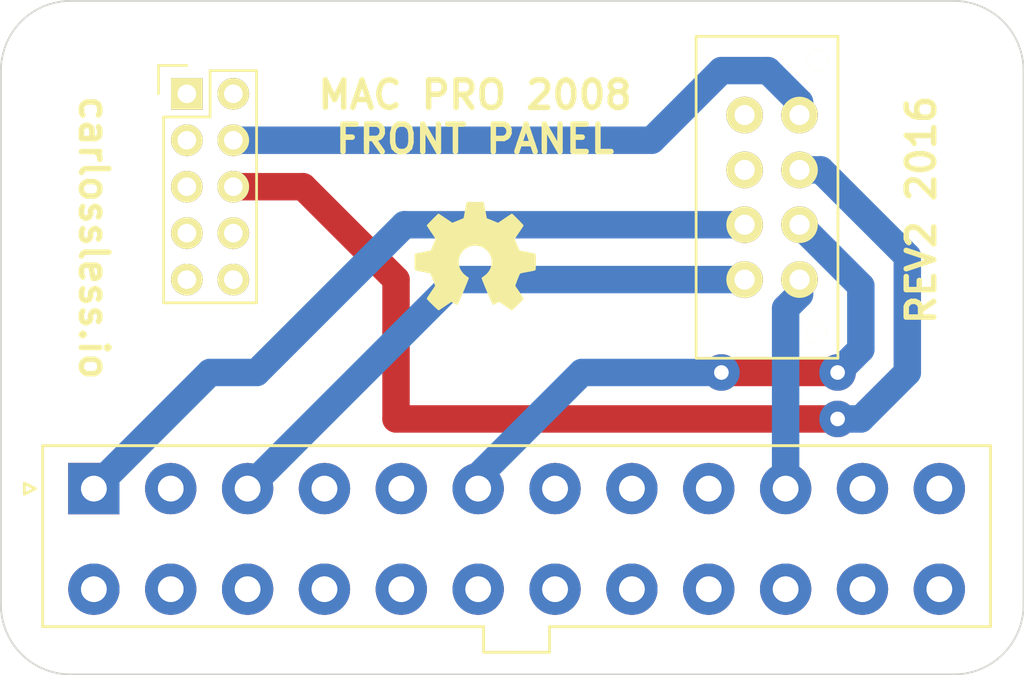
<source format=kicad_pcb>
(kicad_pcb (version 20171130) (host pcbnew "(5.1.12)-1")

  (general
    (thickness 1.6)
    (drawings 11)
    (tracks 33)
    (zones 0)
    (modules 5)
    (nets 37)
  )

  (page A4)
  (layers
    (0 F.Cu signal)
    (31 B.Cu signal)
    (32 B.Adhes user)
    (33 F.Adhes user hide)
    (34 B.Paste user)
    (35 F.Paste user)
    (36 B.SilkS user)
    (37 F.SilkS user)
    (38 B.Mask user)
    (39 F.Mask user)
    (40 Dwgs.User user)
    (41 Cmts.User user)
    (42 Eco1.User user)
    (43 Eco2.User user)
    (44 Edge.Cuts user)
    (45 Margin user)
    (46 B.CrtYd user)
    (47 F.CrtYd user)
    (48 B.Fab user)
    (49 F.Fab user)
  )

  (setup
    (last_trace_width 1.5)
    (trace_clearance 0.2)
    (zone_clearance 0.508)
    (zone_45_only no)
    (trace_min 0.2)
    (via_size 2)
    (via_drill 0.8)
    (via_min_size 0.4)
    (via_min_drill 0.3)
    (uvia_size 0.3)
    (uvia_drill 0.1)
    (uvias_allowed no)
    (uvia_min_size 0.2)
    (uvia_min_drill 0.1)
    (edge_width 0.1)
    (segment_width 0.2)
    (pcb_text_width 0.3)
    (pcb_text_size 1.5 1.5)
    (mod_edge_width 0.15)
    (mod_text_size 1 1)
    (mod_text_width 0.15)
    (pad_size 2 2)
    (pad_drill 1.1)
    (pad_to_mask_clearance 0)
    (aux_axis_origin 0 0)
    (visible_elements 7FFFFFFF)
    (pcbplotparams
      (layerselection 0x010f0_80000001)
      (usegerberextensions false)
      (usegerberattributes true)
      (usegerberadvancedattributes true)
      (creategerberjobfile true)
      (excludeedgelayer true)
      (linewidth 0.100000)
      (plotframeref false)
      (viasonmask false)
      (mode 1)
      (useauxorigin false)
      (hpglpennumber 1)
      (hpglpenspeed 20)
      (hpglpendiameter 15.000000)
      (psnegative false)
      (psa4output false)
      (plotreference true)
      (plotvalue true)
      (plotinvisibletext false)
      (padsonsilk false)
      (subtractmaskfromsilk false)
      (outputformat 1)
      (mirror false)
      (drillshape 0)
      (scaleselection 1)
      (outputdirectory ""))
  )

  (net 0 "")
  (net 1 GND)
  (net 2 ATX10_12V)
  (net 3 ATX01_3.3V)
  (net 4 ATX06_5V)
  (net 5 MB_PW+)
  (net 6 MB_MSG-)
  (net 7 "Net-(P4-Pad1)")
  (net 8 "Net-(P4-Pad2)")
  (net 9 "Net-(P4-Pad3)")
  (net 10 "Net-(P4-Pad5)")
  (net 11 "Net-(P4-Pad7)")
  (net 12 "Net-(P4-Pad8)")
  (net 13 "Net-(P4-Pad9)")
  (net 14 "Net-(P4-Pad10)")
  (net 15 ATX02)
  (net 16 ATX04)
  (net 17 ATX_05)
  (net 18 ATX_07)
  (net 19 ATX08)
  (net 20 ATX_09)
  (net 21 ATX_11)
  (net 22 ATX12)
  (net 23 ATX_13)
  (net 24 ATX14)
  (net 25 ATX_15)
  (net 26 ATX16)
  (net 27 ATX_17)
  (net 28 ATX18)
  (net 29 ATX_19)
  (net 30 ATX20)
  (net 31 ATX_21)
  (net 32 ATX22)
  (net 33 ATX_23)
  (net 34 ATX24)
  (net 35 "Net-(P3-Pad3)")
  (net 36 "Net-(P3-Pad4)")

  (net_class Default "This is the default net class."
    (clearance 0.2)
    (trace_width 1.5)
    (via_dia 2)
    (via_drill 0.8)
    (uvia_dia 0.3)
    (uvia_drill 0.1)
    (add_net ATX01_3.3V)
    (add_net ATX02)
    (add_net ATX04)
    (add_net ATX06_5V)
    (add_net ATX08)
    (add_net ATX10_12V)
    (add_net ATX12)
    (add_net ATX14)
    (add_net ATX16)
    (add_net ATX18)
    (add_net ATX20)
    (add_net ATX22)
    (add_net ATX24)
    (add_net ATX_05)
    (add_net ATX_07)
    (add_net ATX_09)
    (add_net ATX_11)
    (add_net ATX_13)
    (add_net ATX_15)
    (add_net ATX_17)
    (add_net ATX_19)
    (add_net ATX_21)
    (add_net ATX_23)
    (add_net GND)
    (add_net MB_MSG-)
    (add_net MB_PW+)
    (add_net "Net-(P3-Pad3)")
    (add_net "Net-(P3-Pad4)")
    (add_net "Net-(P4-Pad1)")
    (add_net "Net-(P4-Pad10)")
    (add_net "Net-(P4-Pad2)")
    (add_net "Net-(P4-Pad3)")
    (add_net "Net-(P4-Pad5)")
    (add_net "Net-(P4-Pad7)")
    (add_net "Net-(P4-Pad8)")
    (add_net "Net-(P4-Pad9)")
  )

  (module Connectors_Molex:Molex_MiniFit-JR-5556-24A_2x12x4.20mm_Straight (layer F.Cu) (tedit 57E7EF03) (tstamp 57E7E409)
    (at 172.72 88.9)
    (descr "Molex Mini-Fit JR, PN:5556-24A, dual row, top entry type, through hole")
    (tags "connector molex mini-fit 5556")
    (path /57E6FC79)
    (fp_text reference P7 (at 23.1 10) (layer F.SilkS) hide
      (effects (font (size 1 1) (thickness 0.15)))
    )
    (fp_text value CONN_02X12 (at 23.1 -4) (layer F.Fab)
      (effects (font (size 1 1) (thickness 0.15)))
    )
    (fp_line (start 49.4 -2.75) (end -3.2 -2.75) (layer F.CrtYd) (width 0.05))
    (fp_line (start 49.4 9.3) (end 49.4 -2.75) (layer F.CrtYd) (width 0.05))
    (fp_line (start -3.2 9.3) (end 49.4 9.3) (layer F.CrtYd) (width 0.05))
    (fp_line (start -3.2 -2.75) (end -3.2 9.3) (layer F.CrtYd) (width 0.05))
    (fp_line (start -3.8 -0.3) (end -3.2 0) (layer F.SilkS) (width 0.15))
    (fp_line (start -3.8 0.3) (end -3.8 -0.3) (layer F.SilkS) (width 0.15))
    (fp_line (start -3.2 0) (end -3.8 0.3) (layer F.SilkS) (width 0.15))
    (fp_line (start 24.9 8.95) (end 23.1 8.95) (layer F.SilkS) (width 0.15))
    (fp_line (start 24.9 7.55) (end 24.9 8.95) (layer F.SilkS) (width 0.15))
    (fp_line (start 49 7.55) (end 24.9 7.55) (layer F.SilkS) (width 0.15))
    (fp_line (start 49 -2.35) (end 49 7.55) (layer F.SilkS) (width 0.15))
    (fp_line (start 23.1 -2.35) (end 49 -2.35) (layer F.SilkS) (width 0.15))
    (fp_line (start 21.3 8.95) (end 23.1 8.95) (layer F.SilkS) (width 0.15))
    (fp_line (start 21.3 7.55) (end 21.3 8.95) (layer F.SilkS) (width 0.15))
    (fp_line (start -2.8 7.55) (end 21.3 7.55) (layer F.SilkS) (width 0.15))
    (fp_line (start -2.8 -2.35) (end -2.8 7.55) (layer F.SilkS) (width 0.15))
    (fp_line (start 23.1 -2.35) (end -2.8 -2.35) (layer F.SilkS) (width 0.15))
    (fp_line (start 47.95 7.25) (end 44.45 7.25) (layer F.Fab) (width 0.05))
    (fp_line (start 47.95 4.625) (end 47.95 7.25) (layer F.Fab) (width 0.05))
    (fp_line (start 47.075 3.75) (end 47.95 4.625) (layer F.Fab) (width 0.05))
    (fp_line (start 45.325 3.75) (end 47.075 3.75) (layer F.Fab) (width 0.05))
    (fp_line (start 44.45 4.625) (end 45.325 3.75) (layer F.Fab) (width 0.05))
    (fp_line (start 44.45 7.25) (end 44.45 4.625) (layer F.Fab) (width 0.05))
    (fp_line (start 47.95 -1.75) (end 44.45 -1.75) (layer F.Fab) (width 0.05))
    (fp_line (start 47.95 1.75) (end 47.95 -1.75) (layer F.Fab) (width 0.05))
    (fp_line (start 44.45 1.75) (end 47.95 1.75) (layer F.Fab) (width 0.05))
    (fp_line (start 44.45 -1.75) (end 44.45 1.75) (layer F.Fab) (width 0.05))
    (fp_line (start 43.75 1.75) (end 40.25 1.75) (layer F.Fab) (width 0.05))
    (fp_line (start 43.75 -0.875) (end 43.75 1.75) (layer F.Fab) (width 0.05))
    (fp_line (start 42.875 -1.75) (end 43.75 -0.875) (layer F.Fab) (width 0.05))
    (fp_line (start 41.125 -1.75) (end 42.875 -1.75) (layer F.Fab) (width 0.05))
    (fp_line (start 40.25 -0.875) (end 41.125 -1.75) (layer F.Fab) (width 0.05))
    (fp_line (start 40.25 1.75) (end 40.25 -0.875) (layer F.Fab) (width 0.05))
    (fp_line (start 43.75 3.75) (end 40.25 3.75) (layer F.Fab) (width 0.05))
    (fp_line (start 43.75 7.25) (end 43.75 3.75) (layer F.Fab) (width 0.05))
    (fp_line (start 40.25 7.25) (end 43.75 7.25) (layer F.Fab) (width 0.05))
    (fp_line (start 40.25 3.75) (end 40.25 7.25) (layer F.Fab) (width 0.05))
    (fp_line (start 39.55 1.75) (end 36.05 1.75) (layer F.Fab) (width 0.05))
    (fp_line (start 39.55 -0.875) (end 39.55 1.75) (layer F.Fab) (width 0.05))
    (fp_line (start 38.675 -1.75) (end 39.55 -0.875) (layer F.Fab) (width 0.05))
    (fp_line (start 36.925 -1.75) (end 38.675 -1.75) (layer F.Fab) (width 0.05))
    (fp_line (start 36.05 -0.875) (end 36.925 -1.75) (layer F.Fab) (width 0.05))
    (fp_line (start 36.05 1.75) (end 36.05 -0.875) (layer F.Fab) (width 0.05))
    (fp_line (start 39.55 3.75) (end 36.05 3.75) (layer F.Fab) (width 0.05))
    (fp_line (start 39.55 7.25) (end 39.55 3.75) (layer F.Fab) (width 0.05))
    (fp_line (start 36.05 7.25) (end 39.55 7.25) (layer F.Fab) (width 0.05))
    (fp_line (start 36.05 3.75) (end 36.05 7.25) (layer F.Fab) (width 0.05))
    (fp_line (start 35.35 7.25) (end 31.85 7.25) (layer F.Fab) (width 0.05))
    (fp_line (start 35.35 4.625) (end 35.35 7.25) (layer F.Fab) (width 0.05))
    (fp_line (start 34.475 3.75) (end 35.35 4.625) (layer F.Fab) (width 0.05))
    (fp_line (start 32.725 3.75) (end 34.475 3.75) (layer F.Fab) (width 0.05))
    (fp_line (start 31.85 4.625) (end 32.725 3.75) (layer F.Fab) (width 0.05))
    (fp_line (start 31.85 7.25) (end 31.85 4.625) (layer F.Fab) (width 0.05))
    (fp_line (start 35.35 -1.75) (end 31.85 -1.75) (layer F.Fab) (width 0.05))
    (fp_line (start 35.35 1.75) (end 35.35 -1.75) (layer F.Fab) (width 0.05))
    (fp_line (start 31.85 1.75) (end 35.35 1.75) (layer F.Fab) (width 0.05))
    (fp_line (start 31.85 -1.75) (end 31.85 1.75) (layer F.Fab) (width 0.05))
    (fp_line (start 31.15 7.25) (end 27.65 7.25) (layer F.Fab) (width 0.05))
    (fp_line (start 31.15 4.625) (end 31.15 7.25) (layer F.Fab) (width 0.05))
    (fp_line (start 30.275 3.75) (end 31.15 4.625) (layer F.Fab) (width 0.05))
    (fp_line (start 28.525 3.75) (end 30.275 3.75) (layer F.Fab) (width 0.05))
    (fp_line (start 27.65 4.625) (end 28.525 3.75) (layer F.Fab) (width 0.05))
    (fp_line (start 27.65 7.25) (end 27.65 4.625) (layer F.Fab) (width 0.05))
    (fp_line (start 31.15 -1.75) (end 27.65 -1.75) (layer F.Fab) (width 0.05))
    (fp_line (start 31.15 1.75) (end 31.15 -1.75) (layer F.Fab) (width 0.05))
    (fp_line (start 27.65 1.75) (end 31.15 1.75) (layer F.Fab) (width 0.05))
    (fp_line (start 27.65 -1.75) (end 27.65 1.75) (layer F.Fab) (width 0.05))
    (fp_line (start 26.95 1.75) (end 23.45 1.75) (layer F.Fab) (width 0.05))
    (fp_line (start 26.95 -0.875) (end 26.95 1.75) (layer F.Fab) (width 0.05))
    (fp_line (start 26.075 -1.75) (end 26.95 -0.875) (layer F.Fab) (width 0.05))
    (fp_line (start 24.325 -1.75) (end 26.075 -1.75) (layer F.Fab) (width 0.05))
    (fp_line (start 23.45 -0.875) (end 24.325 -1.75) (layer F.Fab) (width 0.05))
    (fp_line (start 23.45 1.75) (end 23.45 -0.875) (layer F.Fab) (width 0.05))
    (fp_line (start 26.95 3.75) (end 23.45 3.75) (layer F.Fab) (width 0.05))
    (fp_line (start 26.95 7.25) (end 26.95 3.75) (layer F.Fab) (width 0.05))
    (fp_line (start 23.45 7.25) (end 26.95 7.25) (layer F.Fab) (width 0.05))
    (fp_line (start 23.45 3.75) (end 23.45 7.25) (layer F.Fab) (width 0.05))
    (fp_line (start 22.75 1.75) (end 19.25 1.75) (layer F.Fab) (width 0.05))
    (fp_line (start 22.75 -0.875) (end 22.75 1.75) (layer F.Fab) (width 0.05))
    (fp_line (start 21.875 -1.75) (end 22.75 -0.875) (layer F.Fab) (width 0.05))
    (fp_line (start 20.125 -1.75) (end 21.875 -1.75) (layer F.Fab) (width 0.05))
    (fp_line (start 19.25 -0.875) (end 20.125 -1.75) (layer F.Fab) (width 0.05))
    (fp_line (start 19.25 1.75) (end 19.25 -0.875) (layer F.Fab) (width 0.05))
    (fp_line (start 22.75 3.75) (end 19.25 3.75) (layer F.Fab) (width 0.05))
    (fp_line (start 22.75 7.25) (end 22.75 3.75) (layer F.Fab) (width 0.05))
    (fp_line (start 19.25 7.25) (end 22.75 7.25) (layer F.Fab) (width 0.05))
    (fp_line (start 19.25 3.75) (end 19.25 7.25) (layer F.Fab) (width 0.05))
    (fp_line (start 18.55 7.25) (end 15.05 7.25) (layer F.Fab) (width 0.05))
    (fp_line (start 18.55 4.625) (end 18.55 7.25) (layer F.Fab) (width 0.05))
    (fp_line (start 17.675 3.75) (end 18.55 4.625) (layer F.Fab) (width 0.05))
    (fp_line (start 15.925 3.75) (end 17.675 3.75) (layer F.Fab) (width 0.05))
    (fp_line (start 15.05 4.625) (end 15.925 3.75) (layer F.Fab) (width 0.05))
    (fp_line (start 15.05 7.25) (end 15.05 4.625) (layer F.Fab) (width 0.05))
    (fp_line (start 18.55 -1.75) (end 15.05 -1.75) (layer F.Fab) (width 0.05))
    (fp_line (start 18.55 1.75) (end 18.55 -1.75) (layer F.Fab) (width 0.05))
    (fp_line (start 15.05 1.75) (end 18.55 1.75) (layer F.Fab) (width 0.05))
    (fp_line (start 15.05 -1.75) (end 15.05 1.75) (layer F.Fab) (width 0.05))
    (fp_line (start 14.35 7.25) (end 10.85 7.25) (layer F.Fab) (width 0.05))
    (fp_line (start 14.35 4.625) (end 14.35 7.25) (layer F.Fab) (width 0.05))
    (fp_line (start 13.475 3.75) (end 14.35 4.625) (layer F.Fab) (width 0.05))
    (fp_line (start 11.725 3.75) (end 13.475 3.75) (layer F.Fab) (width 0.05))
    (fp_line (start 10.85 4.625) (end 11.725 3.75) (layer F.Fab) (width 0.05))
    (fp_line (start 10.85 7.25) (end 10.85 4.625) (layer F.Fab) (width 0.05))
    (fp_line (start 14.35 -1.75) (end 10.85 -1.75) (layer F.Fab) (width 0.05))
    (fp_line (start 14.35 1.75) (end 14.35 -1.75) (layer F.Fab) (width 0.05))
    (fp_line (start 10.85 1.75) (end 14.35 1.75) (layer F.Fab) (width 0.05))
    (fp_line (start 10.85 -1.75) (end 10.85 1.75) (layer F.Fab) (width 0.05))
    (fp_line (start 10.15 1.75) (end 6.65 1.75) (layer F.Fab) (width 0.05))
    (fp_line (start 10.15 -0.875) (end 10.15 1.75) (layer F.Fab) (width 0.05))
    (fp_line (start 9.275 -1.75) (end 10.15 -0.875) (layer F.Fab) (width 0.05))
    (fp_line (start 7.525 -1.75) (end 9.275 -1.75) (layer F.Fab) (width 0.05))
    (fp_line (start 6.65 -0.875) (end 7.525 -1.75) (layer F.Fab) (width 0.05))
    (fp_line (start 6.65 1.75) (end 6.65 -0.875) (layer F.Fab) (width 0.05))
    (fp_line (start 10.15 3.75) (end 6.65 3.75) (layer F.Fab) (width 0.05))
    (fp_line (start 10.15 7.25) (end 10.15 3.75) (layer F.Fab) (width 0.05))
    (fp_line (start 6.65 7.25) (end 10.15 7.25) (layer F.Fab) (width 0.05))
    (fp_line (start 6.65 3.75) (end 6.65 7.25) (layer F.Fab) (width 0.05))
    (fp_line (start 5.95 1.75) (end 2.45 1.75) (layer F.Fab) (width 0.05))
    (fp_line (start 5.95 -0.875) (end 5.95 1.75) (layer F.Fab) (width 0.05))
    (fp_line (start 5.075 -1.75) (end 5.95 -0.875) (layer F.Fab) (width 0.05))
    (fp_line (start 3.325 -1.75) (end 5.075 -1.75) (layer F.Fab) (width 0.05))
    (fp_line (start 2.45 -0.875) (end 3.325 -1.75) (layer F.Fab) (width 0.05))
    (fp_line (start 2.45 1.75) (end 2.45 -0.875) (layer F.Fab) (width 0.05))
    (fp_line (start 5.95 3.75) (end 2.45 3.75) (layer F.Fab) (width 0.05))
    (fp_line (start 5.95 7.25) (end 5.95 3.75) (layer F.Fab) (width 0.05))
    (fp_line (start 2.45 7.25) (end 5.95 7.25) (layer F.Fab) (width 0.05))
    (fp_line (start 2.45 3.75) (end 2.45 7.25) (layer F.Fab) (width 0.05))
    (fp_line (start 1.75 7.25) (end -1.75 7.25) (layer F.Fab) (width 0.05))
    (fp_line (start 1.75 4.625) (end 1.75 7.25) (layer F.Fab) (width 0.05))
    (fp_line (start 0.875 3.75) (end 1.75 4.625) (layer F.Fab) (width 0.05))
    (fp_line (start -0.875 3.75) (end 0.875 3.75) (layer F.Fab) (width 0.05))
    (fp_line (start -1.75 4.625) (end -0.875 3.75) (layer F.Fab) (width 0.05))
    (fp_line (start -1.75 7.25) (end -1.75 4.625) (layer F.Fab) (width 0.05))
    (fp_line (start 1.75 -1.75) (end -1.75 -1.75) (layer F.Fab) (width 0.05))
    (fp_line (start 1.75 1.75) (end 1.75 -1.75) (layer F.Fab) (width 0.05))
    (fp_line (start -1.75 1.75) (end 1.75 1.75) (layer F.Fab) (width 0.05))
    (fp_line (start -1.75 -1.75) (end -1.75 1.75) (layer F.Fab) (width 0.05))
    (fp_line (start 24.8 8.85) (end 24.8 7.45) (layer F.Fab) (width 0.05))
    (fp_line (start 21.4 8.85) (end 24.8 8.85) (layer F.Fab) (width 0.05))
    (fp_line (start 21.4 7.45) (end 21.4 8.85) (layer F.Fab) (width 0.05))
    (fp_line (start 48.9 -2.25) (end -2.7 -2.25) (layer F.Fab) (width 0.05))
    (fp_line (start 48.9 7.45) (end 48.9 -2.25) (layer F.Fab) (width 0.05))
    (fp_line (start -2.7 7.45) (end 48.9 7.45) (layer F.Fab) (width 0.05))
    (fp_line (start -2.7 -2.25) (end -2.7 7.45) (layer F.Fab) (width 0.05))
    (pad 1 thru_hole rect (at 0 0) (size 2.8 2.8) (drill 1.4) (layers *.Cu *.Mask)
      (net 3 ATX01_3.3V))
    (pad 2 thru_hole circle (at 4.2 0) (size 2.8 2.8) (drill 1.4) (layers *.Cu *.Mask)
      (net 15 ATX02))
    (pad 3 thru_hole circle (at 8.4 0) (size 2.8 2.8) (drill 1.4) (layers *.Cu *.Mask)
      (net 1 GND))
    (pad 4 thru_hole circle (at 12.6 0) (size 2.8 2.8) (drill 1.4) (layers *.Cu *.Mask)
      (net 16 ATX04))
    (pad 5 thru_hole circle (at 16.8 0) (size 2.8 2.8) (drill 1.4) (layers *.Cu *.Mask)
      (net 17 ATX_05))
    (pad 6 thru_hole circle (at 21 0) (size 2.8 2.8) (drill 1.4) (layers *.Cu *.Mask)
      (net 4 ATX06_5V))
    (pad 7 thru_hole circle (at 25.2 0) (size 2.8 2.8) (drill 1.4) (layers *.Cu *.Mask)
      (net 18 ATX_07))
    (pad 8 thru_hole circle (at 29.4 0) (size 2.8 2.8) (drill 1.4) (layers *.Cu *.Mask)
      (net 19 ATX08))
    (pad 9 thru_hole circle (at 33.6 0) (size 2.8 2.8) (drill 1.4) (layers *.Cu *.Mask)
      (net 20 ATX_09))
    (pad 10 thru_hole circle (at 37.8 0) (size 2.8 2.8) (drill 1.4) (layers *.Cu *.Mask)
      (net 2 ATX10_12V))
    (pad 11 thru_hole circle (at 42 0) (size 2.8 2.8) (drill 1.4) (layers *.Cu *.Mask)
      (net 21 ATX_11))
    (pad 12 thru_hole circle (at 46.2 0) (size 2.8 2.8) (drill 1.4) (layers *.Cu *.Mask)
      (net 22 ATX12))
    (pad 13 thru_hole circle (at 0 5.5) (size 2.8 2.8) (drill 1.4) (layers *.Cu *.Mask)
      (net 23 ATX_13))
    (pad 14 thru_hole circle (at 4.2 5.5) (size 2.8 2.8) (drill 1.4) (layers *.Cu *.Mask)
      (net 24 ATX14))
    (pad 15 thru_hole circle (at 8.4 5.5) (size 2.8 2.8) (drill 1.4) (layers *.Cu *.Mask)
      (net 25 ATX_15))
    (pad 16 thru_hole circle (at 12.6 5.5) (size 2.8 2.8) (drill 1.4) (layers *.Cu *.Mask)
      (net 26 ATX16))
    (pad 17 thru_hole circle (at 16.8 5.5) (size 2.8 2.8) (drill 1.4) (layers *.Cu *.Mask)
      (net 27 ATX_17))
    (pad 18 thru_hole circle (at 21 5.5) (size 2.8 2.8) (drill 1.4) (layers *.Cu *.Mask)
      (net 28 ATX18))
    (pad 19 thru_hole circle (at 25.2 5.5) (size 2.8 2.8) (drill 1.4) (layers *.Cu *.Mask)
      (net 29 ATX_19))
    (pad 20 thru_hole circle (at 29.4 5.5) (size 2.8 2.8) (drill 1.4) (layers *.Cu *.Mask)
      (net 30 ATX20))
    (pad 21 thru_hole circle (at 33.6 5.5) (size 2.8 2.8) (drill 1.4) (layers *.Cu *.Mask)
      (net 31 ATX_21))
    (pad 22 thru_hole circle (at 37.8 5.5) (size 2.8 2.8) (drill 1.4) (layers *.Cu *.Mask)
      (net 32 ATX22))
    (pad 23 thru_hole circle (at 42 5.5) (size 2.8 2.8) (drill 1.4) (layers *.Cu *.Mask)
      (net 33 ATX_23))
    (pad 24 thru_hole circle (at 46.2 5.5) (size 2.8 2.8) (drill 1.4) (layers *.Cu *.Mask)
      (net 34 ATX24))
    (model Connectors_Molex.3dshapes/Molex_MiniFit-JR-5556-24A_2x12x4.20mm_Straight.wrl
      (at (xyz 0 0 0))
      (scale (xyz 1 1 1))
      (rotate (xyz 0 0 0))
    )
  )

  (module Connectors_Molex:Molex_MiniFit-JR-5556-24A_2x12x4.20mm_Straight (layer F.Cu) (tedit 57E7EED5) (tstamp 57E7E425)
    (at 172.72 88.9)
    (descr "Molex Mini-Fit JR, PN:5556-24A, dual row, top entry type, through hole")
    (tags "connector molex mini-fit 5556")
    (path /57E6E552)
    (fp_text reference P8 (at 23.1 10) (layer F.SilkS) hide
      (effects (font (size 1 1) (thickness 0.15)))
    )
    (fp_text value CONN_02X12 (at 23.1 -4) (layer F.Fab)
      (effects (font (size 1 1) (thickness 0.15)))
    )
    (fp_line (start 49.4 -2.75) (end -3.2 -2.75) (layer F.CrtYd) (width 0.05))
    (fp_line (start 49.4 9.3) (end 49.4 -2.75) (layer F.CrtYd) (width 0.05))
    (fp_line (start -3.2 9.3) (end 49.4 9.3) (layer F.CrtYd) (width 0.05))
    (fp_line (start -3.2 -2.75) (end -3.2 9.3) (layer F.CrtYd) (width 0.05))
    (fp_line (start -3.8 -0.3) (end -3.2 0) (layer F.SilkS) (width 0.15))
    (fp_line (start -3.8 0.3) (end -3.8 -0.3) (layer F.SilkS) (width 0.15))
    (fp_line (start -3.2 0) (end -3.8 0.3) (layer F.SilkS) (width 0.15))
    (fp_line (start 24.9 8.95) (end 23.1 8.95) (layer F.SilkS) (width 0.15))
    (fp_line (start 24.9 7.55) (end 24.9 8.95) (layer F.SilkS) (width 0.15))
    (fp_line (start 49 7.55) (end 24.9 7.55) (layer F.SilkS) (width 0.15))
    (fp_line (start 49 -2.35) (end 49 7.55) (layer F.SilkS) (width 0.15))
    (fp_line (start 23.1 -2.35) (end 49 -2.35) (layer F.SilkS) (width 0.15))
    (fp_line (start 21.3 8.95) (end 23.1 8.95) (layer F.SilkS) (width 0.15))
    (fp_line (start 21.3 7.55) (end 21.3 8.95) (layer F.SilkS) (width 0.15))
    (fp_line (start -2.8 7.55) (end 21.3 7.55) (layer F.SilkS) (width 0.15))
    (fp_line (start -2.8 -2.35) (end -2.8 7.55) (layer F.SilkS) (width 0.15))
    (fp_line (start 23.1 -2.35) (end -2.8 -2.35) (layer F.SilkS) (width 0.15))
    (fp_line (start 47.95 7.25) (end 44.45 7.25) (layer F.Fab) (width 0.05))
    (fp_line (start 47.95 4.625) (end 47.95 7.25) (layer F.Fab) (width 0.05))
    (fp_line (start 47.075 3.75) (end 47.95 4.625) (layer F.Fab) (width 0.05))
    (fp_line (start 45.325 3.75) (end 47.075 3.75) (layer F.Fab) (width 0.05))
    (fp_line (start 44.45 4.625) (end 45.325 3.75) (layer F.Fab) (width 0.05))
    (fp_line (start 44.45 7.25) (end 44.45 4.625) (layer F.Fab) (width 0.05))
    (fp_line (start 47.95 -1.75) (end 44.45 -1.75) (layer F.Fab) (width 0.05))
    (fp_line (start 47.95 1.75) (end 47.95 -1.75) (layer F.Fab) (width 0.05))
    (fp_line (start 44.45 1.75) (end 47.95 1.75) (layer F.Fab) (width 0.05))
    (fp_line (start 44.45 -1.75) (end 44.45 1.75) (layer F.Fab) (width 0.05))
    (fp_line (start 43.75 1.75) (end 40.25 1.75) (layer F.Fab) (width 0.05))
    (fp_line (start 43.75 -0.875) (end 43.75 1.75) (layer F.Fab) (width 0.05))
    (fp_line (start 42.875 -1.75) (end 43.75 -0.875) (layer F.Fab) (width 0.05))
    (fp_line (start 41.125 -1.75) (end 42.875 -1.75) (layer F.Fab) (width 0.05))
    (fp_line (start 40.25 -0.875) (end 41.125 -1.75) (layer F.Fab) (width 0.05))
    (fp_line (start 40.25 1.75) (end 40.25 -0.875) (layer F.Fab) (width 0.05))
    (fp_line (start 43.75 3.75) (end 40.25 3.75) (layer F.Fab) (width 0.05))
    (fp_line (start 43.75 7.25) (end 43.75 3.75) (layer F.Fab) (width 0.05))
    (fp_line (start 40.25 7.25) (end 43.75 7.25) (layer F.Fab) (width 0.05))
    (fp_line (start 40.25 3.75) (end 40.25 7.25) (layer F.Fab) (width 0.05))
    (fp_line (start 39.55 1.75) (end 36.05 1.75) (layer F.Fab) (width 0.05))
    (fp_line (start 39.55 -0.875) (end 39.55 1.75) (layer F.Fab) (width 0.05))
    (fp_line (start 38.675 -1.75) (end 39.55 -0.875) (layer F.Fab) (width 0.05))
    (fp_line (start 36.925 -1.75) (end 38.675 -1.75) (layer F.Fab) (width 0.05))
    (fp_line (start 36.05 -0.875) (end 36.925 -1.75) (layer F.Fab) (width 0.05))
    (fp_line (start 36.05 1.75) (end 36.05 -0.875) (layer F.Fab) (width 0.05))
    (fp_line (start 39.55 3.75) (end 36.05 3.75) (layer F.Fab) (width 0.05))
    (fp_line (start 39.55 7.25) (end 39.55 3.75) (layer F.Fab) (width 0.05))
    (fp_line (start 36.05 7.25) (end 39.55 7.25) (layer F.Fab) (width 0.05))
    (fp_line (start 36.05 3.75) (end 36.05 7.25) (layer F.Fab) (width 0.05))
    (fp_line (start 35.35 7.25) (end 31.85 7.25) (layer F.Fab) (width 0.05))
    (fp_line (start 35.35 4.625) (end 35.35 7.25) (layer F.Fab) (width 0.05))
    (fp_line (start 34.475 3.75) (end 35.35 4.625) (layer F.Fab) (width 0.05))
    (fp_line (start 32.725 3.75) (end 34.475 3.75) (layer F.Fab) (width 0.05))
    (fp_line (start 31.85 4.625) (end 32.725 3.75) (layer F.Fab) (width 0.05))
    (fp_line (start 31.85 7.25) (end 31.85 4.625) (layer F.Fab) (width 0.05))
    (fp_line (start 35.35 -1.75) (end 31.85 -1.75) (layer F.Fab) (width 0.05))
    (fp_line (start 35.35 1.75) (end 35.35 -1.75) (layer F.Fab) (width 0.05))
    (fp_line (start 31.85 1.75) (end 35.35 1.75) (layer F.Fab) (width 0.05))
    (fp_line (start 31.85 -1.75) (end 31.85 1.75) (layer F.Fab) (width 0.05))
    (fp_line (start 31.15 7.25) (end 27.65 7.25) (layer F.Fab) (width 0.05))
    (fp_line (start 31.15 4.625) (end 31.15 7.25) (layer F.Fab) (width 0.05))
    (fp_line (start 30.275 3.75) (end 31.15 4.625) (layer F.Fab) (width 0.05))
    (fp_line (start 28.525 3.75) (end 30.275 3.75) (layer F.Fab) (width 0.05))
    (fp_line (start 27.65 4.625) (end 28.525 3.75) (layer F.Fab) (width 0.05))
    (fp_line (start 27.65 7.25) (end 27.65 4.625) (layer F.Fab) (width 0.05))
    (fp_line (start 31.15 -1.75) (end 27.65 -1.75) (layer F.Fab) (width 0.05))
    (fp_line (start 31.15 1.75) (end 31.15 -1.75) (layer F.Fab) (width 0.05))
    (fp_line (start 27.65 1.75) (end 31.15 1.75) (layer F.Fab) (width 0.05))
    (fp_line (start 27.65 -1.75) (end 27.65 1.75) (layer F.Fab) (width 0.05))
    (fp_line (start 26.95 1.75) (end 23.45 1.75) (layer F.Fab) (width 0.05))
    (fp_line (start 26.95 -0.875) (end 26.95 1.75) (layer F.Fab) (width 0.05))
    (fp_line (start 26.075 -1.75) (end 26.95 -0.875) (layer F.Fab) (width 0.05))
    (fp_line (start 24.325 -1.75) (end 26.075 -1.75) (layer F.Fab) (width 0.05))
    (fp_line (start 23.45 -0.875) (end 24.325 -1.75) (layer F.Fab) (width 0.05))
    (fp_line (start 23.45 1.75) (end 23.45 -0.875) (layer F.Fab) (width 0.05))
    (fp_line (start 26.95 3.75) (end 23.45 3.75) (layer F.Fab) (width 0.05))
    (fp_line (start 26.95 7.25) (end 26.95 3.75) (layer F.Fab) (width 0.05))
    (fp_line (start 23.45 7.25) (end 26.95 7.25) (layer F.Fab) (width 0.05))
    (fp_line (start 23.45 3.75) (end 23.45 7.25) (layer F.Fab) (width 0.05))
    (fp_line (start 22.75 1.75) (end 19.25 1.75) (layer F.Fab) (width 0.05))
    (fp_line (start 22.75 -0.875) (end 22.75 1.75) (layer F.Fab) (width 0.05))
    (fp_line (start 21.875 -1.75) (end 22.75 -0.875) (layer F.Fab) (width 0.05))
    (fp_line (start 20.125 -1.75) (end 21.875 -1.75) (layer F.Fab) (width 0.05))
    (fp_line (start 19.25 -0.875) (end 20.125 -1.75) (layer F.Fab) (width 0.05))
    (fp_line (start 19.25 1.75) (end 19.25 -0.875) (layer F.Fab) (width 0.05))
    (fp_line (start 22.75 3.75) (end 19.25 3.75) (layer F.Fab) (width 0.05))
    (fp_line (start 22.75 7.25) (end 22.75 3.75) (layer F.Fab) (width 0.05))
    (fp_line (start 19.25 7.25) (end 22.75 7.25) (layer F.Fab) (width 0.05))
    (fp_line (start 19.25 3.75) (end 19.25 7.25) (layer F.Fab) (width 0.05))
    (fp_line (start 18.55 7.25) (end 15.05 7.25) (layer F.Fab) (width 0.05))
    (fp_line (start 18.55 4.625) (end 18.55 7.25) (layer F.Fab) (width 0.05))
    (fp_line (start 17.675 3.75) (end 18.55 4.625) (layer F.Fab) (width 0.05))
    (fp_line (start 15.925 3.75) (end 17.675 3.75) (layer F.Fab) (width 0.05))
    (fp_line (start 15.05 4.625) (end 15.925 3.75) (layer F.Fab) (width 0.05))
    (fp_line (start 15.05 7.25) (end 15.05 4.625) (layer F.Fab) (width 0.05))
    (fp_line (start 18.55 -1.75) (end 15.05 -1.75) (layer F.Fab) (width 0.05))
    (fp_line (start 18.55 1.75) (end 18.55 -1.75) (layer F.Fab) (width 0.05))
    (fp_line (start 15.05 1.75) (end 18.55 1.75) (layer F.Fab) (width 0.05))
    (fp_line (start 15.05 -1.75) (end 15.05 1.75) (layer F.Fab) (width 0.05))
    (fp_line (start 14.35 7.25) (end 10.85 7.25) (layer F.Fab) (width 0.05))
    (fp_line (start 14.35 4.625) (end 14.35 7.25) (layer F.Fab) (width 0.05))
    (fp_line (start 13.475 3.75) (end 14.35 4.625) (layer F.Fab) (width 0.05))
    (fp_line (start 11.725 3.75) (end 13.475 3.75) (layer F.Fab) (width 0.05))
    (fp_line (start 10.85 4.625) (end 11.725 3.75) (layer F.Fab) (width 0.05))
    (fp_line (start 10.85 7.25) (end 10.85 4.625) (layer F.Fab) (width 0.05))
    (fp_line (start 14.35 -1.75) (end 10.85 -1.75) (layer F.Fab) (width 0.05))
    (fp_line (start 14.35 1.75) (end 14.35 -1.75) (layer F.Fab) (width 0.05))
    (fp_line (start 10.85 1.75) (end 14.35 1.75) (layer F.Fab) (width 0.05))
    (fp_line (start 10.85 -1.75) (end 10.85 1.75) (layer F.Fab) (width 0.05))
    (fp_line (start 10.15 1.75) (end 6.65 1.75) (layer F.Fab) (width 0.05))
    (fp_line (start 10.15 -0.875) (end 10.15 1.75) (layer F.Fab) (width 0.05))
    (fp_line (start 9.275 -1.75) (end 10.15 -0.875) (layer F.Fab) (width 0.05))
    (fp_line (start 7.525 -1.75) (end 9.275 -1.75) (layer F.Fab) (width 0.05))
    (fp_line (start 6.65 -0.875) (end 7.525 -1.75) (layer F.Fab) (width 0.05))
    (fp_line (start 6.65 1.75) (end 6.65 -0.875) (layer F.Fab) (width 0.05))
    (fp_line (start 10.15 3.75) (end 6.65 3.75) (layer F.Fab) (width 0.05))
    (fp_line (start 10.15 7.25) (end 10.15 3.75) (layer F.Fab) (width 0.05))
    (fp_line (start 6.65 7.25) (end 10.15 7.25) (layer F.Fab) (width 0.05))
    (fp_line (start 6.65 3.75) (end 6.65 7.25) (layer F.Fab) (width 0.05))
    (fp_line (start 5.95 1.75) (end 2.45 1.75) (layer F.Fab) (width 0.05))
    (fp_line (start 5.95 -0.875) (end 5.95 1.75) (layer F.Fab) (width 0.05))
    (fp_line (start 5.075 -1.75) (end 5.95 -0.875) (layer F.Fab) (width 0.05))
    (fp_line (start 3.325 -1.75) (end 5.075 -1.75) (layer F.Fab) (width 0.05))
    (fp_line (start 2.45 -0.875) (end 3.325 -1.75) (layer F.Fab) (width 0.05))
    (fp_line (start 2.45 1.75) (end 2.45 -0.875) (layer F.Fab) (width 0.05))
    (fp_line (start 5.95 3.75) (end 2.45 3.75) (layer F.Fab) (width 0.05))
    (fp_line (start 5.95 7.25) (end 5.95 3.75) (layer F.Fab) (width 0.05))
    (fp_line (start 2.45 7.25) (end 5.95 7.25) (layer F.Fab) (width 0.05))
    (fp_line (start 2.45 3.75) (end 2.45 7.25) (layer F.Fab) (width 0.05))
    (fp_line (start 1.75 7.25) (end -1.75 7.25) (layer F.Fab) (width 0.05))
    (fp_line (start 1.75 4.625) (end 1.75 7.25) (layer F.Fab) (width 0.05))
    (fp_line (start 0.875 3.75) (end 1.75 4.625) (layer F.Fab) (width 0.05))
    (fp_line (start -0.875 3.75) (end 0.875 3.75) (layer F.Fab) (width 0.05))
    (fp_line (start -1.75 4.625) (end -0.875 3.75) (layer F.Fab) (width 0.05))
    (fp_line (start -1.75 7.25) (end -1.75 4.625) (layer F.Fab) (width 0.05))
    (fp_line (start 1.75 -1.75) (end -1.75 -1.75) (layer F.Fab) (width 0.05))
    (fp_line (start 1.75 1.75) (end 1.75 -1.75) (layer F.Fab) (width 0.05))
    (fp_line (start -1.75 1.75) (end 1.75 1.75) (layer F.Fab) (width 0.05))
    (fp_line (start -1.75 -1.75) (end -1.75 1.75) (layer F.Fab) (width 0.05))
    (fp_line (start 24.8 8.85) (end 24.8 7.45) (layer F.Fab) (width 0.05))
    (fp_line (start 21.4 8.85) (end 24.8 8.85) (layer F.Fab) (width 0.05))
    (fp_line (start 21.4 7.45) (end 21.4 8.85) (layer F.Fab) (width 0.05))
    (fp_line (start 48.9 -2.25) (end -2.7 -2.25) (layer F.Fab) (width 0.05))
    (fp_line (start 48.9 7.45) (end 48.9 -2.25) (layer F.Fab) (width 0.05))
    (fp_line (start -2.7 7.45) (end 48.9 7.45) (layer F.Fab) (width 0.05))
    (fp_line (start -2.7 -2.25) (end -2.7 7.45) (layer F.Fab) (width 0.05))
    (pad 1 thru_hole rect (at 0 0) (size 2.8 2.8) (drill 1.4) (layers *.Cu *.Mask)
      (net 3 ATX01_3.3V))
    (pad 2 thru_hole circle (at 4.2 0) (size 2.8 2.8) (drill 1.4) (layers *.Cu *.Mask)
      (net 15 ATX02))
    (pad 3 thru_hole circle (at 8.4 0) (size 2.8 2.8) (drill 1.4) (layers *.Cu *.Mask)
      (net 1 GND))
    (pad 4 thru_hole circle (at 12.6 0) (size 2.8 2.8) (drill 1.4) (layers *.Cu *.Mask)
      (net 16 ATX04))
    (pad 5 thru_hole circle (at 16.8 0) (size 2.8 2.8) (drill 1.4) (layers *.Cu *.Mask)
      (net 17 ATX_05))
    (pad 6 thru_hole circle (at 21 0) (size 2.8 2.8) (drill 1.4) (layers *.Cu *.Mask)
      (net 4 ATX06_5V))
    (pad 7 thru_hole circle (at 25.2 0) (size 2.8 2.8) (drill 1.4) (layers *.Cu *.Mask)
      (net 18 ATX_07))
    (pad 8 thru_hole circle (at 29.4 0) (size 2.8 2.8) (drill 1.4) (layers *.Cu *.Mask)
      (net 19 ATX08))
    (pad 9 thru_hole circle (at 33.6 0) (size 2.8 2.8) (drill 1.4) (layers *.Cu *.Mask)
      (net 20 ATX_09))
    (pad 10 thru_hole circle (at 37.8 0) (size 2.8 2.8) (drill 1.4) (layers *.Cu *.Mask)
      (net 2 ATX10_12V))
    (pad 11 thru_hole circle (at 42 0) (size 2.8 2.8) (drill 1.4) (layers *.Cu *.Mask)
      (net 21 ATX_11))
    (pad 12 thru_hole circle (at 46.2 0) (size 2.8 2.8) (drill 1.4) (layers *.Cu *.Mask)
      (net 22 ATX12))
    (pad 13 thru_hole circle (at 0 5.5) (size 2.8 2.8) (drill 1.4) (layers *.Cu *.Mask)
      (net 23 ATX_13))
    (pad 14 thru_hole circle (at 4.2 5.5) (size 2.8 2.8) (drill 1.4) (layers *.Cu *.Mask)
      (net 24 ATX14))
    (pad 15 thru_hole circle (at 8.4 5.5) (size 2.8 2.8) (drill 1.4) (layers *.Cu *.Mask)
      (net 25 ATX_15))
    (pad 16 thru_hole circle (at 12.6 5.5) (size 2.8 2.8) (drill 1.4) (layers *.Cu *.Mask)
      (net 26 ATX16))
    (pad 17 thru_hole circle (at 16.8 5.5) (size 2.8 2.8) (drill 1.4) (layers *.Cu *.Mask)
      (net 27 ATX_17))
    (pad 18 thru_hole circle (at 21 5.5) (size 2.8 2.8) (drill 1.4) (layers *.Cu *.Mask)
      (net 28 ATX18))
    (pad 19 thru_hole circle (at 25.2 5.5) (size 2.8 2.8) (drill 1.4) (layers *.Cu *.Mask)
      (net 29 ATX_19))
    (pad 20 thru_hole circle (at 29.4 5.5) (size 2.8 2.8) (drill 1.4) (layers *.Cu *.Mask)
      (net 30 ATX20))
    (pad 21 thru_hole circle (at 33.6 5.5) (size 2.8 2.8) (drill 1.4) (layers *.Cu *.Mask)
      (net 31 ATX_21))
    (pad 22 thru_hole circle (at 37.8 5.5) (size 2.8 2.8) (drill 1.4) (layers *.Cu *.Mask)
      (net 32 ATX22))
    (pad 23 thru_hole circle (at 42 5.5) (size 2.8 2.8) (drill 1.4) (layers *.Cu *.Mask)
      (net 33 ATX_23))
    (pad 24 thru_hole circle (at 46.2 5.5) (size 2.8 2.8) (drill 1.4) (layers *.Cu *.Mask)
      (net 34 ATX24))
    (model Connectors_Molex.3dshapes/Molex_MiniFit-JR-5556-24A_2x12x4.20mm_Straight.wrl
      (at (xyz 0 0 0))
      (scale (xyz 1 1 1))
      (rotate (xyz 0 0 0))
    )
  )

  (module Pin_Headers:Pin_Header_Straight_2x05 (layer F.Cu) (tedit 57E7EEB9) (tstamp 57E7E3D2)
    (at 177.8 67.31)
    (descr "Through hole pin header")
    (tags "pin header")
    (path /57E6E596)
    (fp_text reference P4 (at 0 -5.1) (layer F.SilkS) hide
      (effects (font (size 1 1) (thickness 0.15)))
    )
    (fp_text value CONN_02X05 (at 0 -3.1) (layer F.Fab)
      (effects (font (size 1 1) (thickness 0.15)))
    )
    (fp_line (start -1.55 -1.55) (end -1.55 0) (layer F.SilkS) (width 0.15))
    (fp_line (start 1.27 1.27) (end -1.27 1.27) (layer F.SilkS) (width 0.15))
    (fp_line (start 1.27 -1.27) (end 1.27 1.27) (layer F.SilkS) (width 0.15))
    (fp_line (start 0 -1.55) (end -1.55 -1.55) (layer F.SilkS) (width 0.15))
    (fp_line (start 3.81 -1.27) (end 1.27 -1.27) (layer F.SilkS) (width 0.15))
    (fp_line (start -1.27 11.43) (end -1.27 1.27) (layer F.SilkS) (width 0.15))
    (fp_line (start 3.81 11.43) (end -1.27 11.43) (layer F.SilkS) (width 0.15))
    (fp_line (start 3.81 -1.27) (end 3.81 11.43) (layer F.SilkS) (width 0.15))
    (fp_line (start -1.75 11.95) (end 4.3 11.95) (layer F.CrtYd) (width 0.05))
    (fp_line (start -1.75 -1.75) (end 4.3 -1.75) (layer F.CrtYd) (width 0.05))
    (fp_line (start 4.3 -1.75) (end 4.3 11.95) (layer F.CrtYd) (width 0.05))
    (fp_line (start -1.75 -1.75) (end -1.75 11.95) (layer F.CrtYd) (width 0.05))
    (pad 1 thru_hole rect (at 0 0) (size 1.7272 1.7272) (drill 1.016) (layers *.Cu *.Mask F.SilkS)
      (net 7 "Net-(P4-Pad1)"))
    (pad 2 thru_hole oval (at 2.54 0) (size 1.7272 1.7272) (drill 1.016) (layers *.Cu *.Mask F.SilkS)
      (net 8 "Net-(P4-Pad2)"))
    (pad 3 thru_hole oval (at 0 2.54) (size 1.7272 1.7272) (drill 1.016) (layers *.Cu *.Mask F.SilkS)
      (net 9 "Net-(P4-Pad3)"))
    (pad 4 thru_hole oval (at 2.54 2.54) (size 1.7272 1.7272) (drill 1.016) (layers *.Cu *.Mask F.SilkS)
      (net 6 MB_MSG-))
    (pad 5 thru_hole oval (at 0 5.08) (size 1.7272 1.7272) (drill 1.016) (layers *.Cu *.Mask F.SilkS)
      (net 10 "Net-(P4-Pad5)"))
    (pad 6 thru_hole oval (at 2.54 5.08) (size 1.7272 1.7272) (drill 1.016) (layers *.Cu *.Mask F.SilkS)
      (net 5 MB_PW+))
    (pad 7 thru_hole oval (at 0 7.62) (size 1.7272 1.7272) (drill 1.016) (layers *.Cu *.Mask F.SilkS)
      (net 11 "Net-(P4-Pad7)"))
    (pad 8 thru_hole oval (at 2.54 7.62) (size 1.7272 1.7272) (drill 1.016) (layers *.Cu *.Mask F.SilkS)
      (net 12 "Net-(P4-Pad8)"))
    (pad 9 thru_hole oval (at 0 10.16) (size 1.7272 1.7272) (drill 1.016) (layers *.Cu *.Mask F.SilkS)
      (net 13 "Net-(P4-Pad9)"))
    (pad 10 thru_hole oval (at 2.54 10.16) (size 1.7272 1.7272) (drill 1.016) (layers *.Cu *.Mask F.SilkS)
      (net 14 "Net-(P4-Pad10)"))
    (model Pin_Headers.3dshapes/Pin_Header_Straight_2x05.wrl
      (offset (xyz 1.269999980926514 -5.079999923706055 0))
      (scale (xyz 1 1 1))
      (rotate (xyz 0 0 90))
    )
  )

  (module Symbols:OSHW-Symbol_6.7x6mm_SilkScreen (layer F.Cu) (tedit 0) (tstamp 57E80A91)
    (at 193.548 76.2)
    (descr "Open Source Hardware Symbol")
    (tags "Logo Symbol OSHW")
    (attr virtual)
    (fp_text reference REF*** (at 0 0) (layer F.SilkS) hide
      (effects (font (size 1 1) (thickness 0.15)))
    )
    (fp_text value OSHW-Symbol_6.7x6mm_SilkScreen (at 0.75 0) (layer F.Fab) hide
      (effects (font (size 1 1) (thickness 0.15)))
    )
    (fp_poly (pts (xy 0.555814 -2.531069) (xy 0.639635 -2.086445) (xy 0.94892 -1.958947) (xy 1.258206 -1.831449)
      (xy 1.629246 -2.083754) (xy 1.733157 -2.154004) (xy 1.827087 -2.216728) (xy 1.906652 -2.269062)
      (xy 1.96747 -2.308143) (xy 2.005157 -2.331107) (xy 2.015421 -2.336058) (xy 2.03391 -2.323324)
      (xy 2.07342 -2.288118) (xy 2.129522 -2.234938) (xy 2.197787 -2.168282) (xy 2.273786 -2.092646)
      (xy 2.353092 -2.012528) (xy 2.431275 -1.932426) (xy 2.503907 -1.856836) (xy 2.566559 -1.790255)
      (xy 2.614803 -1.737182) (xy 2.64421 -1.702113) (xy 2.651241 -1.690377) (xy 2.641123 -1.66874)
      (xy 2.612759 -1.621338) (xy 2.569129 -1.552807) (xy 2.513218 -1.467785) (xy 2.448006 -1.370907)
      (xy 2.410219 -1.31565) (xy 2.341343 -1.214752) (xy 2.28014 -1.123701) (xy 2.229578 -1.04703)
      (xy 2.192628 -0.989272) (xy 2.172258 -0.954957) (xy 2.169197 -0.947746) (xy 2.176136 -0.927252)
      (xy 2.195051 -0.879487) (xy 2.223087 -0.811168) (xy 2.257391 -0.729011) (xy 2.295109 -0.63973)
      (xy 2.333387 -0.550042) (xy 2.36937 -0.466662) (xy 2.400206 -0.396306) (xy 2.423039 -0.34569)
      (xy 2.435017 -0.321529) (xy 2.435724 -0.320578) (xy 2.454531 -0.315964) (xy 2.504618 -0.305672)
      (xy 2.580793 -0.290713) (xy 2.677865 -0.272099) (xy 2.790643 -0.250841) (xy 2.856442 -0.238582)
      (xy 2.97695 -0.215638) (xy 3.085797 -0.193805) (xy 3.177476 -0.174278) (xy 3.246481 -0.158252)
      (xy 3.287304 -0.146921) (xy 3.295511 -0.143326) (xy 3.303548 -0.118994) (xy 3.310033 -0.064041)
      (xy 3.31497 0.015108) (xy 3.318364 0.112026) (xy 3.320218 0.220287) (xy 3.320538 0.333465)
      (xy 3.319327 0.445135) (xy 3.31659 0.548868) (xy 3.312331 0.638241) (xy 3.306555 0.706826)
      (xy 3.299267 0.748197) (xy 3.294895 0.75681) (xy 3.268764 0.767133) (xy 3.213393 0.781892)
      (xy 3.136107 0.799352) (xy 3.04423 0.81778) (xy 3.012158 0.823741) (xy 2.857524 0.852066)
      (xy 2.735375 0.874876) (xy 2.641673 0.89308) (xy 2.572384 0.907583) (xy 2.523471 0.919292)
      (xy 2.490897 0.929115) (xy 2.470628 0.937956) (xy 2.458626 0.946724) (xy 2.456947 0.948457)
      (xy 2.440184 0.976371) (xy 2.414614 1.030695) (xy 2.382788 1.104777) (xy 2.34726 1.191965)
      (xy 2.310583 1.285608) (xy 2.275311 1.379052) (xy 2.243996 1.465647) (xy 2.219193 1.53874)
      (xy 2.203454 1.591678) (xy 2.199332 1.617811) (xy 2.199676 1.618726) (xy 2.213641 1.640086)
      (xy 2.245322 1.687084) (xy 2.291391 1.754827) (xy 2.348518 1.838423) (xy 2.413373 1.932982)
      (xy 2.431843 1.959854) (xy 2.497699 2.057275) (xy 2.55565 2.146163) (xy 2.602538 2.221412)
      (xy 2.635207 2.27792) (xy 2.6505 2.310581) (xy 2.651241 2.314593) (xy 2.638392 2.335684)
      (xy 2.602888 2.377464) (xy 2.549293 2.435445) (xy 2.482171 2.505135) (xy 2.406087 2.582045)
      (xy 2.325604 2.661683) (xy 2.245287 2.739561) (xy 2.169699 2.811186) (xy 2.103405 2.87207)
      (xy 2.050969 2.917721) (xy 2.016955 2.94365) (xy 2.007545 2.947883) (xy 1.985643 2.937912)
      (xy 1.9408 2.91102) (xy 1.880321 2.871736) (xy 1.833789 2.840117) (xy 1.749475 2.782098)
      (xy 1.649626 2.713784) (xy 1.549473 2.645579) (xy 1.495627 2.609075) (xy 1.313371 2.4858)
      (xy 1.160381 2.56852) (xy 1.090682 2.604759) (xy 1.031414 2.632926) (xy 0.991311 2.648991)
      (xy 0.981103 2.651226) (xy 0.968829 2.634722) (xy 0.944613 2.588082) (xy 0.910263 2.515609)
      (xy 0.867588 2.421606) (xy 0.818394 2.310374) (xy 0.76449 2.186215) (xy 0.707684 2.053432)
      (xy 0.649782 1.916327) (xy 0.592593 1.779202) (xy 0.537924 1.646358) (xy 0.487584 1.522098)
      (xy 0.44338 1.410725) (xy 0.407119 1.316539) (xy 0.380609 1.243844) (xy 0.365658 1.196941)
      (xy 0.363254 1.180833) (xy 0.382311 1.160286) (xy 0.424036 1.126933) (xy 0.479706 1.087702)
      (xy 0.484378 1.084599) (xy 0.628264 0.969423) (xy 0.744283 0.835053) (xy 0.83143 0.685784)
      (xy 0.888699 0.525913) (xy 0.915086 0.359737) (xy 0.909585 0.191552) (xy 0.87119 0.025655)
      (xy 0.798895 -0.133658) (xy 0.777626 -0.168513) (xy 0.666996 -0.309263) (xy 0.536302 -0.422286)
      (xy 0.390064 -0.506997) (xy 0.232808 -0.562806) (xy 0.069057 -0.589126) (xy -0.096667 -0.58537)
      (xy -0.259838 -0.55095) (xy -0.415935 -0.485277) (xy -0.560433 -0.387765) (xy -0.605131 -0.348187)
      (xy -0.718888 -0.224297) (xy -0.801782 -0.093876) (xy -0.858644 0.052315) (xy -0.890313 0.197088)
      (xy -0.898131 0.35986) (xy -0.872062 0.52344) (xy -0.814755 0.682298) (xy -0.728856 0.830906)
      (xy -0.617014 0.963735) (xy -0.481877 1.075256) (xy -0.464117 1.087011) (xy -0.40785 1.125508)
      (xy -0.365077 1.158863) (xy -0.344628 1.18016) (xy -0.344331 1.180833) (xy -0.348721 1.203871)
      (xy -0.366124 1.256157) (xy -0.394732 1.33339) (xy -0.432735 1.431268) (xy -0.478326 1.545491)
      (xy -0.529697 1.671758) (xy -0.585038 1.805767) (xy -0.642542 1.943218) (xy -0.700399 2.079808)
      (xy -0.756802 2.211237) (xy -0.809942 2.333205) (xy -0.85801 2.441409) (xy -0.899199 2.531549)
      (xy -0.931699 2.599323) (xy -0.953703 2.64043) (xy -0.962564 2.651226) (xy -0.98964 2.642819)
      (xy -1.040303 2.620272) (xy -1.105817 2.587613) (xy -1.141841 2.56852) (xy -1.294832 2.4858)
      (xy -1.477088 2.609075) (xy -1.570125 2.672228) (xy -1.671985 2.741727) (xy -1.767438 2.807165)
      (xy -1.81525 2.840117) (xy -1.882495 2.885273) (xy -1.939436 2.921057) (xy -1.978646 2.942938)
      (xy -1.991381 2.947563) (xy -2.009917 2.935085) (xy -2.050941 2.900252) (xy -2.110475 2.846678)
      (xy -2.184542 2.777983) (xy -2.269165 2.697781) (xy -2.322685 2.646286) (xy -2.416319 2.554286)
      (xy -2.497241 2.471999) (xy -2.562177 2.402945) (xy -2.607858 2.350644) (xy -2.631011 2.318616)
      (xy -2.633232 2.312116) (xy -2.622924 2.287394) (xy -2.594439 2.237405) (xy -2.550937 2.167212)
      (xy -2.495577 2.081875) (xy -2.43152 1.986456) (xy -2.413303 1.959854) (xy -2.346927 1.863167)
      (xy -2.287378 1.776117) (xy -2.237984 1.703595) (xy -2.202075 1.650493) (xy -2.182981 1.621703)
      (xy -2.181136 1.618726) (xy -2.183895 1.595782) (xy -2.198538 1.545336) (xy -2.222513 1.474041)
      (xy -2.253266 1.388547) (xy -2.288244 1.295507) (xy -2.324893 1.201574) (xy -2.360661 1.113399)
      (xy -2.392994 1.037634) (xy -2.419338 0.980931) (xy -2.437142 0.949943) (xy -2.438407 0.948457)
      (xy -2.449294 0.939601) (xy -2.467682 0.930843) (xy -2.497606 0.921277) (xy -2.543103 0.909996)
      (xy -2.608209 0.896093) (xy -2.696961 0.878663) (xy -2.813393 0.856798) (xy -2.961542 0.829591)
      (xy -2.993618 0.823741) (xy -3.088686 0.805374) (xy -3.171565 0.787405) (xy -3.23493 0.771569)
      (xy -3.271458 0.7596) (xy -3.276356 0.75681) (xy -3.284427 0.732072) (xy -3.290987 0.67679)
      (xy -3.296033 0.597389) (xy -3.299559 0.500296) (xy -3.301561 0.391938) (xy -3.302036 0.27874)
      (xy -3.300977 0.167128) (xy -3.298382 0.063529) (xy -3.294246 -0.025632) (xy -3.288563 -0.093928)
      (xy -3.281331 -0.134934) (xy -3.276971 -0.143326) (xy -3.252698 -0.151792) (xy -3.197426 -0.165565)
      (xy -3.116662 -0.18345) (xy -3.015912 -0.204252) (xy -2.900683 -0.226777) (xy -2.837902 -0.238582)
      (xy -2.718787 -0.260849) (xy -2.612565 -0.281021) (xy -2.524427 -0.298085) (xy -2.459566 -0.311031)
      (xy -2.423174 -0.318845) (xy -2.417184 -0.320578) (xy -2.407061 -0.34011) (xy -2.385662 -0.387157)
      (xy -2.355839 -0.454997) (xy -2.320445 -0.536909) (xy -2.282332 -0.626172) (xy -2.244353 -0.716065)
      (xy -2.20936 -0.799865) (xy -2.180206 -0.870853) (xy -2.159743 -0.922306) (xy -2.150823 -0.947503)
      (xy -2.150657 -0.948604) (xy -2.160769 -0.968481) (xy -2.189117 -1.014223) (xy -2.232723 -1.081283)
      (xy -2.288606 -1.165116) (xy -2.353787 -1.261174) (xy -2.391679 -1.31635) (xy -2.460725 -1.417519)
      (xy -2.52205 -1.50937) (xy -2.572663 -1.587256) (xy -2.609571 -1.646531) (xy -2.629782 -1.682549)
      (xy -2.632701 -1.690623) (xy -2.620153 -1.709416) (xy -2.585463 -1.749543) (xy -2.533063 -1.806507)
      (xy -2.467384 -1.875815) (xy -2.392856 -1.952969) (xy -2.313913 -2.033475) (xy -2.234983 -2.112837)
      (xy -2.1605 -2.18656) (xy -2.094894 -2.250148) (xy -2.042596 -2.299106) (xy -2.008039 -2.328939)
      (xy -1.996478 -2.336058) (xy -1.977654 -2.326047) (xy -1.932631 -2.297922) (xy -1.865787 -2.254546)
      (xy -1.781499 -2.198782) (xy -1.684144 -2.133494) (xy -1.610707 -2.083754) (xy -1.239667 -1.831449)
      (xy -0.621095 -2.086445) (xy -0.537275 -2.531069) (xy -0.453454 -2.975693) (xy 0.471994 -2.975693)
      (xy 0.555814 -2.531069)) (layer F.SilkS) (width 0.01))
  )

  (module Connectors_Molex:Molex_Microfit3_Header_02x04_Straight_43045-0828 (layer F.Cu) (tedit 58036E5B) (tstamp 57FFFA93)
    (at 208.28 77.47 270)
    (descr "Microfit3 Header Straight 02x04 43045-0828")
    (tags "connector Microfit 02x04 header straight 3mm")
    (path /57E6E3DC)
    (fp_text reference P3 (at -4 5 270) (layer F.SilkS) hide
      (effects (font (size 1 1) (thickness 0.15)))
    )
    (fp_text value CONN_02X04 (at -4 -8 270) (layer F.Fab)
      (effects (font (size 1 1) (thickness 0.15)))
    )
    (fp_line (start 4.3 -5.1) (end -13.3 -5.1) (layer F.SilkS) (width 0.15))
    (fp_line (start 4.3 2.65) (end -13.3 2.65) (layer F.SilkS) (width 0.15))
    (fp_line (start -13.3 2.65) (end -13.3 -5.1) (layer F.SilkS) (width 0.15))
    (fp_line (start 4.3 2.65) (end 4.3 -5.1) (layer F.SilkS) (width 0.15))
    (fp_line (start 4.5 -5.3) (end -13.5 -5.3) (layer F.CrtYd) (width 0.05))
    (fp_line (start -13.5 2.85) (end -13.5 -5.3) (layer F.CrtYd) (width 0.05))
    (fp_line (start 4.5 2.85) (end -13.5 2.85) (layer F.CrtYd) (width 0.05))
    (fp_line (start 4.5 2.85) (end 4.5 -5.3) (layer F.CrtYd) (width 0.05))
    (pad "" np_thru_hole circle (at -12 -4 270) (size 1.1 1.1) (drill 1.1) (layers *.Cu *.Mask F.SilkS))
    (pad 1 thru_hole circle (at 0 0 270) (size 2 2) (drill 1.1) (layers *.Cu *.Mask F.SilkS)
      (net 1 GND))
    (pad 2 thru_hole circle (at -3 0 270) (size 2 2) (drill 1.1) (layers *.Cu *.Mask F.SilkS)
      (net 3 ATX01_3.3V))
    (pad 3 thru_hole circle (at -6 0 270) (size 2 2) (drill 1.1) (layers *.Cu *.Mask F.SilkS)
      (net 35 "Net-(P3-Pad3)"))
    (pad 4 thru_hole circle (at -9 0 270) (size 2 2) (drill 1.1) (layers *.Cu *.Mask F.SilkS)
      (net 36 "Net-(P3-Pad4)"))
    (pad 5 thru_hole circle (at 0 -3 270) (size 2 2) (drill 1.1) (layers *.Cu *.Mask F.SilkS)
      (net 2 ATX10_12V))
    (pad 6 thru_hole circle (at -3 -3 270) (size 2 2) (drill 1.1) (layers *.Cu *.Mask F.SilkS)
      (net 4 ATX06_5V))
    (pad 7 thru_hole circle (at -6 -3 270) (size 2 2) (drill 1.1) (layers *.Cu *.Mask F.SilkS)
      (net 5 MB_PW+))
    (pad 8 thru_hole circle (at -9 -3 270) (size 2 2) (drill 1.1) (layers *.Cu *.Mask F.SilkS)
      (net 6 MB_MSG-))
    (pad "" np_thru_hole circle (at 3 -3.94 270) (size 1.1 1.1) (drill 1.1) (layers *.Cu *.Mask F.SilkS))
  )

  (gr_text "REV2 2016" (at 217.932 73.66 90) (layer F.SilkS)
    (effects (font (size 1.5 1.5) (thickness 0.3)))
  )
  (gr_text carlossless.io (at 172.72 75.184 270) (layer F.SilkS)
    (effects (font (size 1.5 1.5) (thickness 0.3)))
  )
  (gr_text "MAC PRO 2008\nFRONT PANEL" (at 193.548 68.58) (layer F.SilkS)
    (effects (font (size 1.5 1.5) (thickness 0.3)))
  )
  (gr_line (start 171.45 99.06) (end 219.71 99.06) (angle 90) (layer Edge.Cuts) (width 0.1))
  (gr_line (start 167.64 66.04) (end 167.64 95.25) (angle 90) (layer Edge.Cuts) (width 0.1))
  (gr_line (start 219.71 62.23) (end 171.45 62.23) (angle 90) (layer Edge.Cuts) (width 0.1))
  (gr_line (start 223.52 95.25) (end 223.52 66.04) (angle 90) (layer Edge.Cuts) (width 0.1))
  (gr_arc (start 219.71 66.04) (end 219.71 62.23) (angle 90) (layer Edge.Cuts) (width 0.1))
  (gr_arc (start 171.45 66.04) (end 167.64 66.04) (angle 90) (layer Edge.Cuts) (width 0.1))
  (gr_arc (start 219.71 95.25) (end 223.52 95.25) (angle 90) (layer Edge.Cuts) (width 0.1))
  (gr_arc (start 171.45 95.25) (end 171.45 99.06) (angle 90) (layer Edge.Cuts) (width 0.1))

  (segment (start 208.28 77.47) (end 192.55 77.47) (width 1.5) (layer B.Cu) (net 1))
  (segment (start 192.55 77.47) (end 181.12 88.9) (width 1.5) (layer B.Cu) (net 1))
  (segment (start 210.52 88.9) (end 210.52 79.04) (width 1.5) (layer B.Cu) (net 2))
  (segment (start 210.52 79.04) (end 211.28 78.28) (width 1.5) (layer B.Cu) (net 2))
  (segment (start 211.28 78.28) (end 211.28 77.47) (width 1.5) (layer B.Cu) (net 2))
  (segment (start 172.72 88.9) (end 179.07 82.55) (width 1.5) (layer B.Cu) (net 3))
  (segment (start 179.07 82.55) (end 181.61 82.55) (width 1.5) (layer B.Cu) (net 3))
  (segment (start 181.61 82.55) (end 189.69 74.47) (width 1.5) (layer B.Cu) (net 3))
  (segment (start 189.69 74.47) (end 208.28 74.47) (width 1.5) (layer B.Cu) (net 3))
  (segment (start 193.72 88.9) (end 193.72 88.22) (width 1.5) (layer B.Cu) (net 4))
  (segment (start 193.72 88.22) (end 199.39 82.55) (width 1.5) (layer B.Cu) (net 4))
  (segment (start 199.39 82.55) (end 207.01 82.55) (width 1.5) (layer B.Cu) (net 4))
  (segment (start 207.01 82.55) (end 213.36 82.55) (width 1.5) (layer F.Cu) (net 4))
  (segment (start 213.36 82.55) (end 214.63 81.28) (width 1.5) (layer B.Cu) (net 4))
  (segment (start 214.63 81.28) (end 214.63 77.82) (width 1.5) (layer B.Cu) (net 4))
  (segment (start 214.63 77.82) (end 211.28 74.47) (width 1.5) (layer B.Cu) (net 4))
  (via (at 207.01 82.55) (size 2) (layers F.Cu B.Cu) (net 4))
  (via (at 213.36 82.55) (size 2) (layers F.Cu B.Cu) (net 4))
  (segment (start 180.34 72.39) (end 184.15 72.39) (width 1.5) (layer F.Cu) (net 5))
  (segment (start 184.15 72.39) (end 189.23 77.47) (width 1.5) (layer F.Cu) (net 5))
  (segment (start 189.23 77.47) (end 189.23 85.09) (width 1.5) (layer F.Cu) (net 5))
  (segment (start 189.23 85.09) (end 213.36 85.09) (width 1.5) (layer F.Cu) (net 5))
  (segment (start 213.36 85.09) (end 214.63 85.09) (width 1.5) (layer B.Cu) (net 5))
  (segment (start 214.63 85.09) (end 217.17 82.55) (width 1.5) (layer B.Cu) (net 5))
  (segment (start 217.17 82.55) (end 217.17 76.2) (width 1.5) (layer B.Cu) (net 5))
  (segment (start 217.17 76.2) (end 212.44 71.47) (width 1.5) (layer B.Cu) (net 5))
  (segment (start 212.44 71.47) (end 211.28 71.47) (width 1.5) (layer B.Cu) (net 5))
  (via (at 213.36 85.09) (size 2) (layers F.Cu B.Cu) (net 5))
  (segment (start 180.34 69.85) (end 203.2 69.85) (width 1.5) (layer B.Cu) (net 6))
  (segment (start 203.2 69.85) (end 207.01 66.04) (width 1.5) (layer B.Cu) (net 6))
  (segment (start 207.01 66.04) (end 209.55 66.04) (width 1.5) (layer B.Cu) (net 6))
  (segment (start 209.55 66.04) (end 211.28 67.77) (width 1.5) (layer B.Cu) (net 6))
  (segment (start 211.28 67.77) (end 211.28 68.47) (width 1.5) (layer B.Cu) (net 6))

)

</source>
